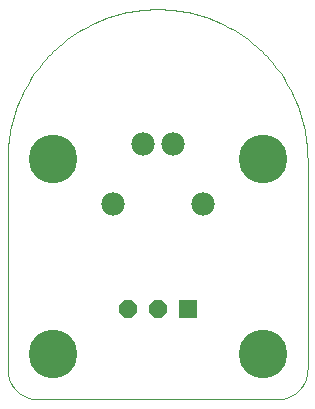
<source format=gbs>
G75*
%MOIN*%
%OFA0B0*%
%FSLAX25Y25*%
%IPPOS*%
%LPD*%
%AMOC8*
5,1,8,0,0,1.08239X$1,22.5*
%
%ADD10C,0.07800*%
%ADD11OC8,0.06000*%
%ADD12R,0.06000X0.06000*%
%ADD13C,0.00000*%
%ADD14C,0.16211*%
D10*
X0041800Y0089006D03*
X0051800Y0109006D03*
X0061800Y0109006D03*
X0071800Y0089006D03*
D11*
X0056800Y0054006D03*
X0046800Y0054006D03*
D12*
X0066800Y0054006D03*
D13*
X0096800Y0024006D02*
X0016800Y0024006D01*
X0016558Y0024009D01*
X0016317Y0024018D01*
X0016076Y0024032D01*
X0015835Y0024053D01*
X0015595Y0024079D01*
X0015355Y0024111D01*
X0015116Y0024149D01*
X0014879Y0024192D01*
X0014642Y0024242D01*
X0014407Y0024297D01*
X0014173Y0024357D01*
X0013941Y0024424D01*
X0013710Y0024495D01*
X0013481Y0024573D01*
X0013254Y0024656D01*
X0013029Y0024744D01*
X0012806Y0024838D01*
X0012586Y0024937D01*
X0012368Y0025042D01*
X0012153Y0025151D01*
X0011940Y0025266D01*
X0011730Y0025386D01*
X0011524Y0025511D01*
X0011320Y0025641D01*
X0011119Y0025776D01*
X0010922Y0025916D01*
X0010728Y0026060D01*
X0010538Y0026209D01*
X0010352Y0026363D01*
X0010169Y0026521D01*
X0009990Y0026683D01*
X0009815Y0026850D01*
X0009644Y0027021D01*
X0009477Y0027196D01*
X0009315Y0027375D01*
X0009157Y0027558D01*
X0009003Y0027744D01*
X0008854Y0027934D01*
X0008710Y0028128D01*
X0008570Y0028325D01*
X0008435Y0028526D01*
X0008305Y0028730D01*
X0008180Y0028936D01*
X0008060Y0029146D01*
X0007945Y0029359D01*
X0007836Y0029574D01*
X0007731Y0029792D01*
X0007632Y0030012D01*
X0007538Y0030235D01*
X0007450Y0030460D01*
X0007367Y0030687D01*
X0007289Y0030916D01*
X0007218Y0031147D01*
X0007151Y0031379D01*
X0007091Y0031613D01*
X0007036Y0031848D01*
X0006986Y0032085D01*
X0006943Y0032322D01*
X0006905Y0032561D01*
X0006873Y0032801D01*
X0006847Y0033041D01*
X0006826Y0033282D01*
X0006812Y0033523D01*
X0006803Y0033764D01*
X0006800Y0034006D01*
X0006800Y0104006D01*
X0006815Y0105224D01*
X0006859Y0106440D01*
X0006933Y0107656D01*
X0007037Y0108869D01*
X0007170Y0110079D01*
X0007333Y0111286D01*
X0007525Y0112488D01*
X0007746Y0113686D01*
X0007996Y0114878D01*
X0008275Y0116063D01*
X0008583Y0117241D01*
X0008920Y0118411D01*
X0009285Y0119573D01*
X0009678Y0120725D01*
X0010099Y0121868D01*
X0010548Y0122999D01*
X0011024Y0124120D01*
X0011528Y0125229D01*
X0012058Y0126325D01*
X0012615Y0127408D01*
X0013198Y0128477D01*
X0013806Y0129531D01*
X0014441Y0130571D01*
X0015100Y0131594D01*
X0015784Y0132602D01*
X0016493Y0133592D01*
X0017225Y0134565D01*
X0017981Y0135519D01*
X0018760Y0136455D01*
X0019561Y0137372D01*
X0020385Y0138269D01*
X0021230Y0139145D01*
X0022096Y0140001D01*
X0022983Y0140836D01*
X0023890Y0141648D01*
X0024816Y0142438D01*
X0025762Y0143206D01*
X0026725Y0143950D01*
X0027707Y0144670D01*
X0028706Y0145367D01*
X0029721Y0146039D01*
X0030753Y0146686D01*
X0031800Y0147307D01*
X0032862Y0147903D01*
X0033938Y0148473D01*
X0035027Y0149017D01*
X0036130Y0149533D01*
X0037245Y0150023D01*
X0038371Y0150486D01*
X0039508Y0150921D01*
X0040656Y0151328D01*
X0041813Y0151707D01*
X0042979Y0152058D01*
X0044153Y0152380D01*
X0045335Y0152674D01*
X0046524Y0152939D01*
X0047718Y0153174D01*
X0048918Y0153381D01*
X0050123Y0153558D01*
X0051331Y0153706D01*
X0052543Y0153824D01*
X0053758Y0153913D01*
X0054974Y0153973D01*
X0056191Y0154002D01*
X0057409Y0154002D01*
X0058626Y0153973D01*
X0059842Y0153913D01*
X0061057Y0153824D01*
X0062269Y0153706D01*
X0063477Y0153558D01*
X0064682Y0153381D01*
X0065882Y0153174D01*
X0067076Y0152939D01*
X0068265Y0152674D01*
X0069447Y0152380D01*
X0070621Y0152058D01*
X0071787Y0151707D01*
X0072944Y0151328D01*
X0074092Y0150921D01*
X0075229Y0150486D01*
X0076355Y0150023D01*
X0077470Y0149533D01*
X0078573Y0149017D01*
X0079662Y0148473D01*
X0080738Y0147903D01*
X0081800Y0147307D01*
X0082847Y0146686D01*
X0083879Y0146039D01*
X0084894Y0145367D01*
X0085893Y0144670D01*
X0086875Y0143950D01*
X0087838Y0143206D01*
X0088784Y0142438D01*
X0089710Y0141648D01*
X0090617Y0140836D01*
X0091504Y0140001D01*
X0092370Y0139145D01*
X0093215Y0138269D01*
X0094039Y0137372D01*
X0094840Y0136455D01*
X0095619Y0135519D01*
X0096375Y0134565D01*
X0097107Y0133592D01*
X0097816Y0132602D01*
X0098500Y0131594D01*
X0099159Y0130571D01*
X0099794Y0129531D01*
X0100402Y0128477D01*
X0100985Y0127408D01*
X0101542Y0126325D01*
X0102072Y0125229D01*
X0102576Y0124120D01*
X0103052Y0122999D01*
X0103501Y0121868D01*
X0103922Y0120725D01*
X0104315Y0119573D01*
X0104680Y0118411D01*
X0105017Y0117241D01*
X0105325Y0116063D01*
X0105604Y0114878D01*
X0105854Y0113686D01*
X0106075Y0112488D01*
X0106267Y0111286D01*
X0106430Y0110079D01*
X0106563Y0108869D01*
X0106667Y0107656D01*
X0106741Y0106440D01*
X0106785Y0105224D01*
X0106800Y0104006D01*
X0106800Y0034006D01*
X0106797Y0033764D01*
X0106788Y0033523D01*
X0106774Y0033282D01*
X0106753Y0033041D01*
X0106727Y0032801D01*
X0106695Y0032561D01*
X0106657Y0032322D01*
X0106614Y0032085D01*
X0106564Y0031848D01*
X0106509Y0031613D01*
X0106449Y0031379D01*
X0106382Y0031147D01*
X0106311Y0030916D01*
X0106233Y0030687D01*
X0106150Y0030460D01*
X0106062Y0030235D01*
X0105968Y0030012D01*
X0105869Y0029792D01*
X0105764Y0029574D01*
X0105655Y0029359D01*
X0105540Y0029146D01*
X0105420Y0028936D01*
X0105295Y0028730D01*
X0105165Y0028526D01*
X0105030Y0028325D01*
X0104890Y0028128D01*
X0104746Y0027934D01*
X0104597Y0027744D01*
X0104443Y0027558D01*
X0104285Y0027375D01*
X0104123Y0027196D01*
X0103956Y0027021D01*
X0103785Y0026850D01*
X0103610Y0026683D01*
X0103431Y0026521D01*
X0103248Y0026363D01*
X0103062Y0026209D01*
X0102872Y0026060D01*
X0102678Y0025916D01*
X0102481Y0025776D01*
X0102280Y0025641D01*
X0102076Y0025511D01*
X0101870Y0025386D01*
X0101660Y0025266D01*
X0101447Y0025151D01*
X0101232Y0025042D01*
X0101014Y0024937D01*
X0100794Y0024838D01*
X0100571Y0024744D01*
X0100346Y0024656D01*
X0100119Y0024573D01*
X0099890Y0024495D01*
X0099659Y0024424D01*
X0099427Y0024357D01*
X0099193Y0024297D01*
X0098958Y0024242D01*
X0098721Y0024192D01*
X0098484Y0024149D01*
X0098245Y0024111D01*
X0098005Y0024079D01*
X0097765Y0024053D01*
X0097524Y0024032D01*
X0097283Y0024018D01*
X0097042Y0024009D01*
X0096800Y0024006D01*
D14*
X0091800Y0039006D03*
X0091800Y0104006D03*
X0021800Y0104006D03*
X0021800Y0039006D03*
M02*

</source>
